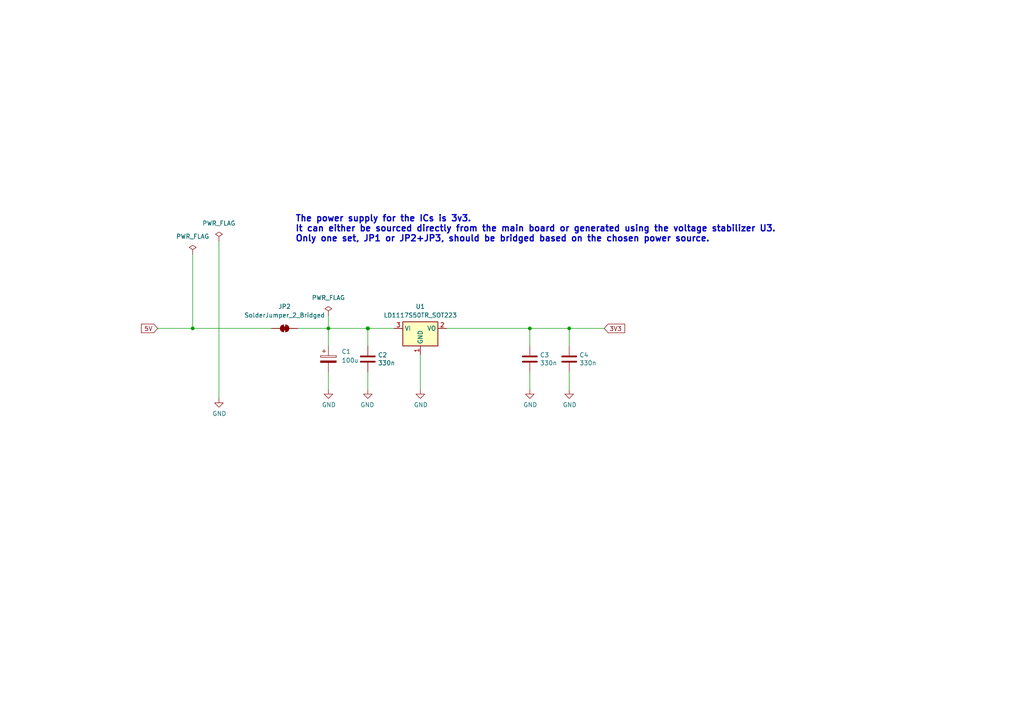
<source format=kicad_sch>
(kicad_sch (version 20250114) (generator "eeschema") (generator_version "9.0")
  (paper "A4")
  (lib_symbols
    (symbol "Device:C" (pin_numbers (hide yes)) (pin_names (offset 0.254))
      (property "Reference" "C" (at 0.635 2.54 0))
      (property "Value" "C" (at 0.635 -2.54 0))
      (symbol "C_0_1"
        (polyline (pts (xy -2.032 0.762) (xy 2.032 0.762)) (stroke (width 0.508)))
        (polyline (pts (xy -2.032 -0.762) (xy 2.032 -0.762)) (stroke (width 0.508)))
      )
      (symbol "C_1_1"
        (pin passive line (at 0 3.81 270) (length 2.794) (name "~") (number "1"))
        (pin passive line (at 0 -3.81 90) (length 2.794) (name "~") (number "2"))
      )
    )
    (symbol "Device:C_Polarized" (pin_numbers (hide yes)) (pin_names (offset 0.254))
      (property "Reference" "C" (at 0.635 2.54 0))
      (property "Value" "C_Polarized" (at 0.635 -2.54 0))
      (symbol "C_Polarized_0_1"
        (rectangle (start -2.286 0.508) (end 2.286 1.016))
        (polyline (pts (xy -1.778 2.286) (xy -0.762 2.286)))
        (polyline (pts (xy -1.27 2.794) (xy -1.27 1.778)))
        (rectangle (start 2.286 -0.508) (end -2.286 -1.016) (fill (type outline)))
      )
      (symbol "C_Polarized_1_1"
        (pin passive line (at 0 3.81 270) (length 2.794) (name "~") (number "1"))
        (pin passive line (at 0 -3.81 90) (length 2.794) (name "~") (number "2"))
      )
    )
    (symbol "Jumper:SolderJumper_2_Bridged" (pin_numbers (hide yes)) (pin_names (offset 0) (hide yes)) (exclude_from_sim yes) (in_bom no)
      (property "Reference" "JP" (at 0 2.032 0))
      (property "Value" "SolderJumper_2_Bridged" (at 0 -2.54 0))
      (symbol "SolderJumper_2_Bridged_0_1"
        (rectangle (start -0.508 0.508) (end 0.508 -0.508) (fill (type outline)))
        (polyline (pts (xy -0.254 1.016) (xy -0.254 -1.016)))
        (arc (start -0.254 -1.016) (mid -1.2656 0) (end -0.254 1.016))
        (arc (start -0.254 -1.016) (mid -1.2656 0) (end -0.254 1.016) (fill (type outline)))
        (arc (start 0.254 1.016) (mid 1.2656 0) (end 0.254 -1.016))
        (arc (start 0.254 1.016) (mid 1.2656 0) (end 0.254 -1.016) (fill (type outline)))
        (polyline (pts (xy 0.254 1.016) (xy 0.254 -1.016)))
      )
      (symbol "SolderJumper_2_Bridged_1_1"
        (pin passive line (at -3.81 0 0) (length 2.54) (name "A") (number "1"))
        (pin passive line (at 3.81 0 180) (length 2.54) (name "B") (number "2"))
      )
    )
    (symbol "Regulator_Linear:LD1117S50TR_SOT223"
      (property "Reference" "U" (at -3.81 3.175 0))
      (property "Value" "LD1117S50TR_SOT223" (at 0 3.175 0))
      (symbol "LD1117S50TR_SOT223_0_1"
        (rectangle (start -5.08 -5.08) (end 5.08 1.905) (stroke (width 0.254)) (fill (type background)))
      )
      (symbol "LD1117S50TR_SOT223_1_1"
        (pin power_in line (at -7.62 0 0) (length 2.54) (name "VI") (number "3"))
        (pin power_in line (at 0 -7.62 90) (length 2.54) (name "GND") (number "1"))
        (pin power_out line (at 7.62 0 180) (length 2.54) (name "VO") (number "2"))
      )
    )
    (symbol "power:GND" (power) (pin_numbers (hide yes)) (pin_names (offset 0) (hide yes))
      (property "Value" "GND" (at 0 -3.81 0))
      (symbol "GND_0_1"
        (polyline (pts (xy 0 0) (xy 0 -1.27) (xy 1.27 -1.27) (xy 0 -2.54) (xy -1.27 -1.27) (xy 0 -1.27)))
      )
      (symbol "GND_1_1"
        (pin power_in line (at 0 0 270) (length 0) (name "~") (number "1"))
      )
    )
    (symbol "power:PWR_FLAG" (power) (pin_numbers (hide yes)) (pin_names (offset 0) (hide yes))
      (property "Value" "PWR_FLAG" (at 0 3.81 0))
      (symbol "PWR_FLAG_0_0"
        (pin power_out line (at 0 0 90) (length 0) (name "~") (number "1"))
      )
      (symbol "PWR_FLAG_0_1"
        (polyline (pts (xy 0 0) (xy 0 1.27) (xy -1.016 1.905) (xy 0 2.54) (xy 1.016 1.905) (xy 0 1.27)))
      )
    )
  )
  (text "The power supply for the ICs is 3v3. \nIt can either be sourced directly from the main board or generated using the voltage stabilizer U3.\nOnly one set, JP1 or JP2+JP3, should be bridged based on the chosen power source." (at 85.598 70.358 0) (effects (font (size 1.8034 1.8034) (thickness 0.3607) (bold yes)) (justify left bottom)))
  (junction (at 55.88 95.25))
  (junction (at 95.25 95.25))
  (junction (at 153.67 95.25))
  (junction (at 165.1 95.25))
  (junction (at 106.68 95.25) (diameter 1.016))
  (wire (pts (xy 121.92 102.87) (xy 121.92 113.03)))
  (wire (pts (xy 153.67 95.25) (xy 153.67 100.33)))
  (wire (pts (xy 106.68 100.33) (xy 106.68 95.25)))
  (wire (pts (xy 165.1 107.95) (xy 165.1 113.03)))
  (wire (pts (xy 95.25 91.44) (xy 95.25 95.25)))
  (wire (pts (xy 63.5 69.85) (xy 63.5 115.57)))
  (wire (pts (xy 55.88 73.66) (xy 55.88 95.25)))
  (wire (pts (xy 95.25 95.25) (xy 95.25 100.33)))
  (wire (pts (xy 165.1 95.25) (xy 165.1 100.33)))
  (wire (pts (xy 45.72 95.25) (xy 55.88 95.25)))
  (wire (pts (xy 153.67 95.25) (xy 165.1 95.25)))
  (wire (pts (xy 86.36 95.25) (xy 95.25 95.25)))
  (wire (pts (xy 114.3 95.25) (xy 106.68 95.25)))
  (wire (pts (xy 129.54 95.25) (xy 153.67 95.25)))
  (wire (pts (xy 55.88 95.25) (xy 78.74 95.25)))
  (wire (pts (xy 165.1 95.25) (xy 175.26 95.25)))
  (wire (pts (xy 95.25 107.95) (xy 95.25 113.03)))
  (wire (pts (xy 106.68 107.95) (xy 106.68 113.03)))
  (wire (pts (xy 95.25 95.25) (xy 106.68 95.25)))
  (wire (pts (xy 153.67 107.95) (xy 153.67 113.03)))
  (global_label "3V3" (shape input) (at 175.26 95.25 0) (property "Intersheetrefs" "${INTERSHEET_REFS}" (effects (hide yes))))
  (global_label "5V" (shape input) (at 45.72 95.25 180) (property "Intersheetrefs" "${INTERSHEET_REFS}" (effects (hide yes))))
  (symbol (lib_id "power:GND") (at 106.68 113.03 0) (mirror y) (unit 1)
    (property "Reference" "#PWR03" (effects (hide yes)))
    (property "Value" "GND" (at 106.553 117.4242 0))
    (property "Description" "Power symbol creates a global label with name \"GND\" , ground" (effects (hide yes)))
  )
  (symbol (lib_id "power:GND") (at 165.1 113.03 0) (unit 1)
    (property "Reference" "#PWR06" (effects (hide yes)))
    (property "Value" "GND" (at 165.227 117.4242 0))
    (property "Description" "Power symbol creates a global label with name \"GND\" , ground" (effects (hide yes)))
  )
  (symbol (lib_id "power:PWR_FLAG") (at 55.88 73.66 0) (unit 1)
    (property "Reference" "#FLG02" (effects (hide yes)))
    (property "Value" "PWR_FLAG" (at 55.88 68.58 0))
    (property "Description" "Special symbol for telling ERC where power comes from" (effects (hide yes)))
  )
  (symbol (lib_id "Device:C_Polarized") (at 95.25 104.14 0) (unit 1)
    (property "Reference" "C1" (at 99.06 101.9809 0) (effects (justify left)))
    (property "Value" "100u" (at 99.06 104.5209 0) (effects (justify left)))
    (property "Footprint" "Capacitor_SMD:CP_Elec_6.3x5.8" (effects (hide yes)))
    (property "Description" "Polarized capacitor" (effects (hide yes)))
  )
  (symbol (lib_id "power:GND") (at 95.25 113.03 0) (unit 1)
    (property "Reference" "#PWR02" (effects (hide yes)))
    (property "Value" "GND" (at 95.377 117.4242 0))
    (property "Description" "Power symbol creates a global label with name \"GND\" , ground" (effects (hide yes)))
  )
  (symbol (lib_id "power:PWR_FLAG") (at 95.25 91.44 0) (unit 1)
    (property "Reference" "#FLG04" (effects (hide yes)))
    (property "Value" "PWR_FLAG" (at 95.25 86.36 0))
    (property "Description" "Special symbol for telling ERC where power comes from" (effects (hide yes)))
  )
  (symbol (lib_id "power:GND") (at 63.5 115.57 0) (unit 1)
    (property "Reference" "#PWR01" (effects (hide yes)))
    (property "Value" "GND" (at 63.627 119.9642 0))
    (property "Description" "Power symbol creates a global label with name \"GND\" , ground" (effects (hide yes)))
  )
  (symbol (lib_id "Jumper:SolderJumper_2_Bridged") (at 82.55 95.25 0) (unit 1) (exclude_from_sim yes) (in_bom no)
    (property "Reference" "JP2" (at 82.55 88.9 0))
    (property "Value" "SolderJumper_2_Bridged" (at 82.55 91.44 0))
    (property "Footprint" "Jumper:SolderJumper-2_P1.3mm_Bridged_Pad1.0x1.5mm" (effects (hide yes)))
    (property "Description" "Solder Jumper, 2-pole, closed/bridged" (effects (hide yes)))
  )
  (symbol (lib_id "Device:C") (at 153.67 104.14 0) (unit 1)
    (property "Reference" "C3" (at 156.591 102.9716 0) (effects (justify left)))
    (property "Value" "330n" (at 156.591 105.283 0) (effects (justify left)))
    (property "Footprint" "Capacitor_SMD:C_0805_2012Metric" (effects (hide yes)))
  )
  (symbol (lib_id "Regulator_Linear:LD1117S50TR_SOT223") (at 121.92 95.25 0) (unit 1)
    (property "Reference" "U1" (at 121.92 88.9 0))
    (property "Value" "LD1117S50TR_SOT223" (at 121.92 91.44 0))
    (property "Footprint" "Package_TO_SOT_SMD:SOT-223" (effects (hide yes)))
    (property "Datasheet" "http://www.st.com/st-web-ui/static/active/en/resource/technical/document/datasheet/CD00000544.pdf" (effects (hide yes)))
    (property "Description" "800mA Fixed Low Drop Positive Voltage Regulator, Fixed Output 5.0V, SOT-223" (effects (hide yes)))
  )
  (symbol (lib_id "power:PWR_FLAG") (at 63.5 69.85 0) (unit 1)
    (property "Reference" "#FLG03" (effects (hide yes)))
    (property "Value" "PWR_FLAG" (at 63.5 64.77 0))
    (property "Description" "Special symbol for telling ERC where power comes from" (effects (hide yes)))
  )
  (symbol (lib_id "Device:C") (at 165.1 104.14 0) (unit 1)
    (property "Reference" "C4" (at 168.021 102.9716 0) (effects (justify left)))
    (property "Value" "330n" (at 168.021 105.283 0) (effects (justify left)))
    (property "Footprint" "Capacitor_SMD:C_0805_2012Metric" (effects (hide yes)))
  )
  (symbol (lib_id "Device:C") (at 106.68 104.14 0) (unit 1)
    (property "Reference" "C2" (at 109.601 102.9716 0) (effects (justify left)))
    (property "Value" "330n" (at 109.601 105.283 0) (effects (justify left)))
    (property "Footprint" "Capacitor_SMD:C_0805_2012Metric" (effects (hide yes)))
  )
  (symbol (lib_id "power:GND") (at 121.92 113.03 0) (unit 1)
    (property "Reference" "#PWR04" (effects (hide yes)))
    (property "Value" "GND" (at 122.047 117.4242 0))
    (property "Description" "Power symbol creates a global label with name \"GND\" , ground" (effects (hide yes)))
  )
  (symbol (lib_id "power:GND") (at 153.67 113.03 0) (unit 1)
    (property "Reference" "#PWR05" (effects (hide yes)))
    (property "Value" "GND" (at 153.797 117.4242 0))
    (property "Description" "Power symbol creates a global label with name \"GND\" , ground" (effects (hide yes)))
  )
)
</source>
